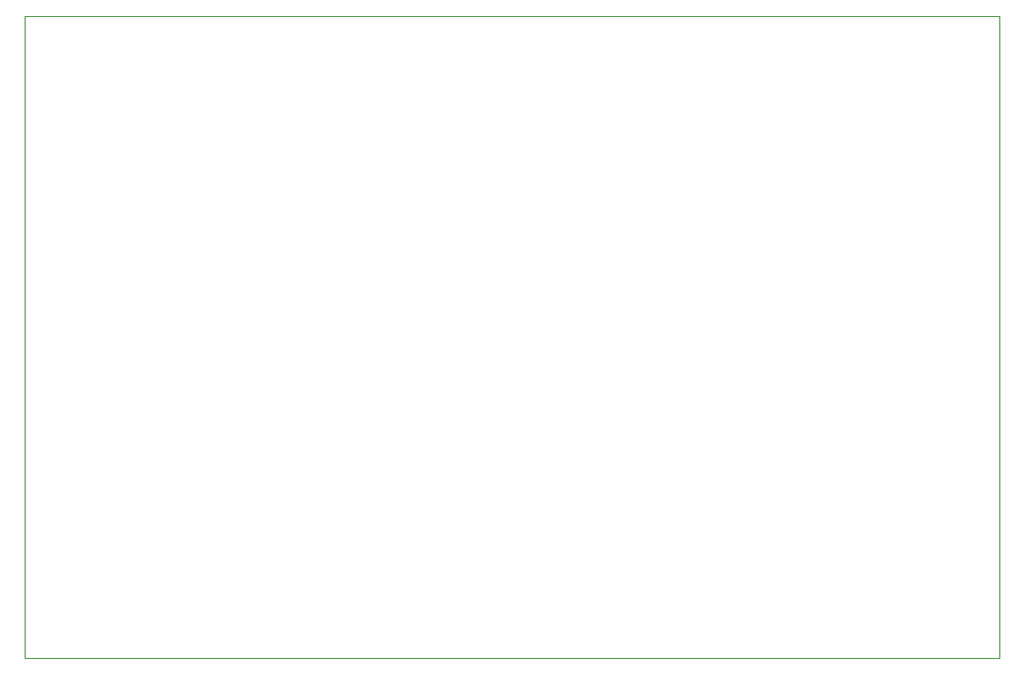
<source format=gbr>
G04 #@! TF.GenerationSoftware,KiCad,Pcbnew,5.1.2-1.fc30*
G04 #@! TF.CreationDate,2019-08-07T12:15:18+02:00*
G04 #@! TF.ProjectId,term,7465726d-2e6b-4696-9361-645f70636258,rev?*
G04 #@! TF.SameCoordinates,Original*
G04 #@! TF.FileFunction,Profile,NP*
%FSLAX46Y46*%
G04 Gerber Fmt 4.6, Leading zero omitted, Abs format (unit mm)*
G04 Created by KiCad (PCBNEW 5.1.2-1.fc30) date 2019-08-07 12:15:18*
%MOMM*%
%LPD*%
G04 APERTURE LIST*
%ADD10C,0.100000*%
G04 APERTURE END LIST*
D10*
X133604000Y-71000000D02*
X220700000Y-71000000D01*
X133604000Y-128400000D02*
X133604000Y-71000000D01*
X220700000Y-128400000D02*
X133604000Y-128400000D01*
X220700000Y-71000000D02*
X220700000Y-128400000D01*
M02*

</source>
